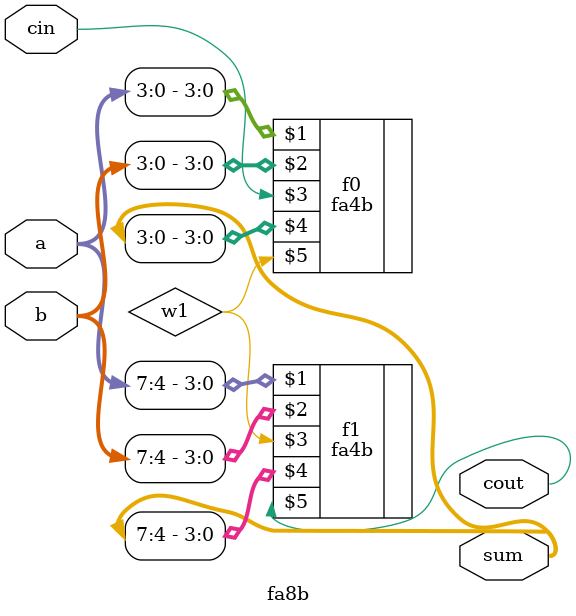
<source format=v>
/* 8-bit Ripple Carry Adder */
module fa8b(a,b,cin,sum,cout);
  input [7:0] a,b;
  input cin;
  output [7:0] sum;
  output cout;
  
  wire w1;
  
  // connect 4-bit full adder  
  fa4b f0(a[3:0],b[3:0],cin,sum[3:0],w1);
  fa4b f1(a[7:4],b[7:4],w1,sum[7:4],cout);
endmodule
</source>
